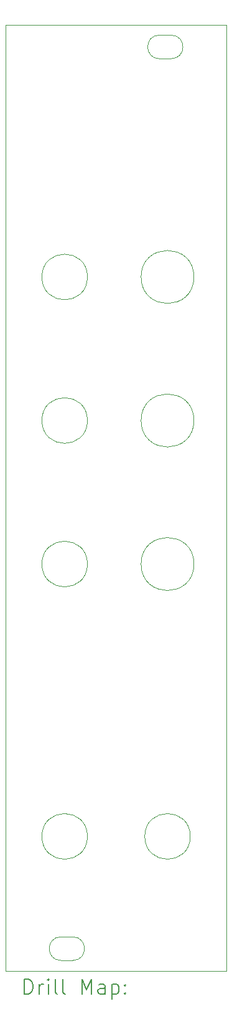
<source format=gbr>
%FSLAX45Y45*%
G04 Gerber Fmt 4.5, Leading zero omitted, Abs format (unit mm)*
G04 Created by KiCad (PCBNEW (6.0.1)) date 2023-06-10 19:22:01*
%MOMM*%
%LPD*%
G01*
G04 APERTURE LIST*
%TA.AperFunction,Profile*%
%ADD10C,0.100000*%
%TD*%
%ADD11C,0.200000*%
G04 APERTURE END LIST*
D10*
X10060000Y-12325000D02*
G75*
G03*
X10060000Y-12325000I-360000J0D01*
G01*
X8250000Y-17390000D02*
X8410000Y-17390000D01*
X10060000Y-8425000D02*
G75*
G03*
X10060000Y-8425000I-360000J0D01*
G01*
X7500000Y-16925000D02*
X7500000Y-17850000D01*
X10060000Y-10375000D02*
G75*
G03*
X10060000Y-10375000I-360000J0D01*
G01*
X10500000Y-17850000D02*
X10500000Y-16925000D01*
X8250000Y-17710000D02*
X8410000Y-17710000D01*
X9750000Y-5460000D02*
X9590000Y-5460000D01*
X10500000Y-5925000D02*
X10500000Y-5000000D01*
X10500000Y-5925000D02*
X10500000Y-16925000D01*
X9750000Y-5140000D02*
X9590000Y-5140000D01*
X8610000Y-12325000D02*
G75*
G03*
X8610000Y-12325000I-310000J0D01*
G01*
X8610000Y-10375000D02*
G75*
G03*
X8610000Y-10375000I-310000J0D01*
G01*
X8610000Y-8425000D02*
G75*
G03*
X8610000Y-8425000I-310000J0D01*
G01*
X7500000Y-5000000D02*
X7500000Y-5925000D01*
X8410000Y-17710000D02*
G75*
G03*
X8410000Y-17390000I0J160000D01*
G01*
X10500000Y-5000000D02*
X7500000Y-5000000D01*
X7500000Y-16925000D02*
X7500000Y-5925000D01*
X8610000Y-16025000D02*
G75*
G03*
X8610000Y-16025000I-310000J0D01*
G01*
X7500000Y-17850000D02*
X10500000Y-17850000D01*
X8250000Y-17390000D02*
G75*
G03*
X8250000Y-17710000I0J-160000D01*
G01*
X10010000Y-16025000D02*
G75*
G03*
X10010000Y-16025000I-310000J0D01*
G01*
X9590000Y-5140000D02*
G75*
G03*
X9590000Y-5460000I0J-160000D01*
G01*
X9750000Y-5460000D02*
G75*
G03*
X9750000Y-5140000I0J160000D01*
G01*
D11*
X7752619Y-18165476D02*
X7752619Y-17965476D01*
X7800238Y-17965476D01*
X7828809Y-17975000D01*
X7847857Y-17994048D01*
X7857381Y-18013095D01*
X7866905Y-18051190D01*
X7866905Y-18079762D01*
X7857381Y-18117857D01*
X7847857Y-18136905D01*
X7828809Y-18155952D01*
X7800238Y-18165476D01*
X7752619Y-18165476D01*
X7952619Y-18165476D02*
X7952619Y-18032143D01*
X7952619Y-18070238D02*
X7962143Y-18051190D01*
X7971667Y-18041667D01*
X7990714Y-18032143D01*
X8009762Y-18032143D01*
X8076428Y-18165476D02*
X8076428Y-18032143D01*
X8076428Y-17965476D02*
X8066905Y-17975000D01*
X8076428Y-17984524D01*
X8085952Y-17975000D01*
X8076428Y-17965476D01*
X8076428Y-17984524D01*
X8200238Y-18165476D02*
X8181190Y-18155952D01*
X8171667Y-18136905D01*
X8171667Y-17965476D01*
X8305000Y-18165476D02*
X8285952Y-18155952D01*
X8276428Y-18136905D01*
X8276428Y-17965476D01*
X8533571Y-18165476D02*
X8533571Y-17965476D01*
X8600238Y-18108333D01*
X8666905Y-17965476D01*
X8666905Y-18165476D01*
X8847857Y-18165476D02*
X8847857Y-18060714D01*
X8838333Y-18041667D01*
X8819286Y-18032143D01*
X8781190Y-18032143D01*
X8762143Y-18041667D01*
X8847857Y-18155952D02*
X8828810Y-18165476D01*
X8781190Y-18165476D01*
X8762143Y-18155952D01*
X8752619Y-18136905D01*
X8752619Y-18117857D01*
X8762143Y-18098809D01*
X8781190Y-18089286D01*
X8828810Y-18089286D01*
X8847857Y-18079762D01*
X8943095Y-18032143D02*
X8943095Y-18232143D01*
X8943095Y-18041667D02*
X8962143Y-18032143D01*
X9000238Y-18032143D01*
X9019286Y-18041667D01*
X9028810Y-18051190D01*
X9038333Y-18070238D01*
X9038333Y-18127381D01*
X9028810Y-18146428D01*
X9019286Y-18155952D01*
X9000238Y-18165476D01*
X8962143Y-18165476D01*
X8943095Y-18155952D01*
X9124048Y-18146428D02*
X9133571Y-18155952D01*
X9124048Y-18165476D01*
X9114524Y-18155952D01*
X9124048Y-18146428D01*
X9124048Y-18165476D01*
X9124048Y-18041667D02*
X9133571Y-18051190D01*
X9124048Y-18060714D01*
X9114524Y-18051190D01*
X9124048Y-18041667D01*
X9124048Y-18060714D01*
M02*

</source>
